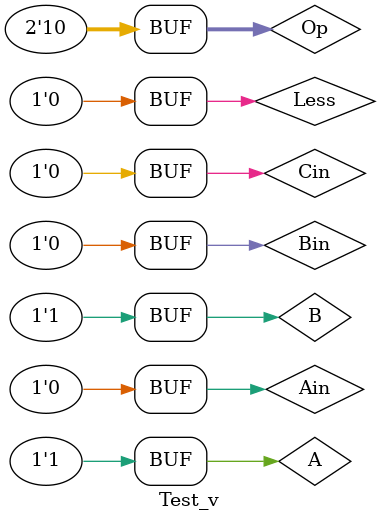
<source format=v>
`timescale 1ns / 1ps



module Test_v;

	// Inputs
	reg A;
	reg B;
	reg Ain;
	reg Bin;
	reg [1:0] Op;
	reg Cin;
	reg Less;

	// Outputs
	wire Cout;
	wire O;
	wire Set;
	wire Ovf;

	// Instantiate the Unit Under Test (UUT)
	ALU uut (
		.A(A), 
		.B(B), 
		.Ain(Ain), 
		.Bin(Bin), 
		.Op(Op), 
		.Cin(Cin), 
		.Less(Less), 
		.Cout(Cout), 
		.O(O), 
		.Set(Set), 
		.Ovf(Ovf)
	);

	initial begin
		// Initialize Inputs
		A = 1;
		B = 1;
		Ain = 0;
		Bin = 0;
		Op = 2;
		Cin = 0;
		Less = 0;

		// Wait 100 ns for global reset to finish
		#100;
        
		// Add stimulus here

	end
      
endmodule


</source>
